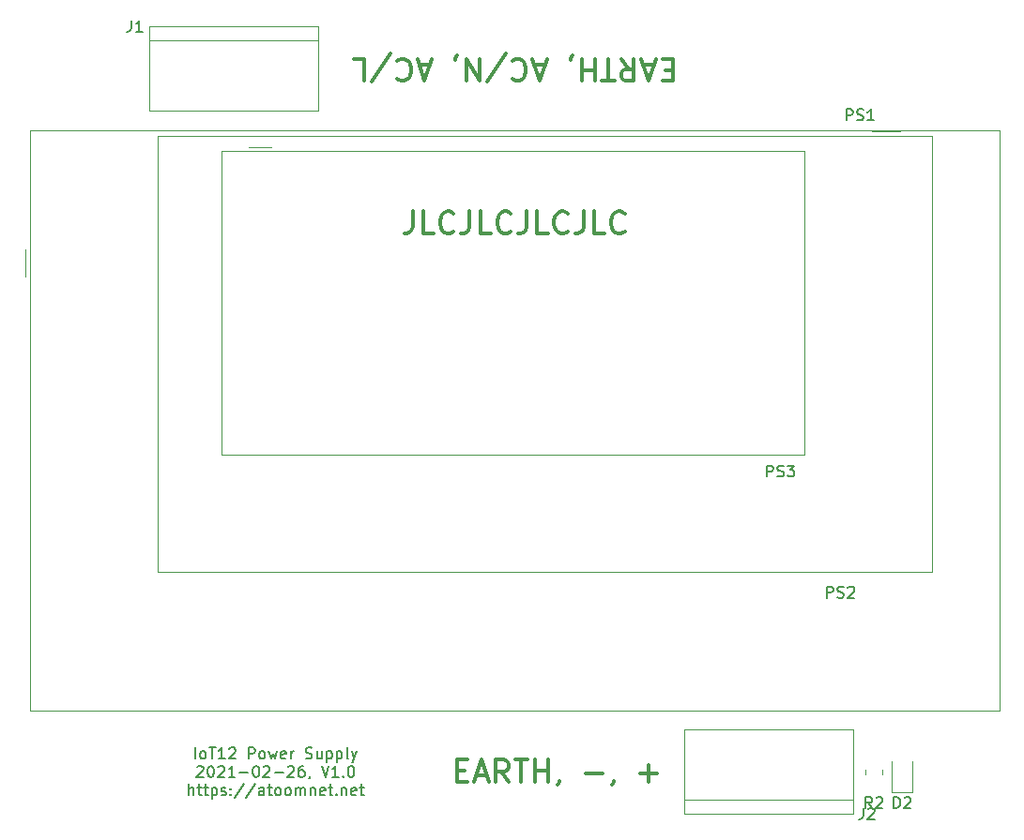
<source format=gbr>
G04 #@! TF.GenerationSoftware,KiCad,Pcbnew,(5.1.9)-1*
G04 #@! TF.CreationDate,2021-03-06T14:31:16+01:00*
G04 #@! TF.ProjectId,IoT12 Power Supply,496f5431-3220-4506-9f77-657220537570,rev?*
G04 #@! TF.SameCoordinates,Original*
G04 #@! TF.FileFunction,Legend,Top*
G04 #@! TF.FilePolarity,Positive*
%FSLAX46Y46*%
G04 Gerber Fmt 4.6, Leading zero omitted, Abs format (unit mm)*
G04 Created by KiCad (PCBNEW (5.1.9)-1) date 2021-03-06 14:31:16*
%MOMM*%
%LPD*%
G01*
G04 APERTURE LIST*
%ADD10C,0.300000*%
%ADD11C,0.150000*%
%ADD12C,0.120000*%
G04 APERTURE END LIST*
D10*
X143161904Y-71294761D02*
X143161904Y-72723333D01*
X143066666Y-73009047D01*
X142876190Y-73199523D01*
X142590476Y-73294761D01*
X142400000Y-73294761D01*
X145066666Y-73294761D02*
X144114285Y-73294761D01*
X144114285Y-71294761D01*
X146876190Y-73104285D02*
X146780952Y-73199523D01*
X146495238Y-73294761D01*
X146304761Y-73294761D01*
X146019047Y-73199523D01*
X145828571Y-73009047D01*
X145733333Y-72818571D01*
X145638095Y-72437619D01*
X145638095Y-72151904D01*
X145733333Y-71770952D01*
X145828571Y-71580476D01*
X146019047Y-71390000D01*
X146304761Y-71294761D01*
X146495238Y-71294761D01*
X146780952Y-71390000D01*
X146876190Y-71485238D01*
X148304761Y-71294761D02*
X148304761Y-72723333D01*
X148209523Y-73009047D01*
X148019047Y-73199523D01*
X147733333Y-73294761D01*
X147542857Y-73294761D01*
X150209523Y-73294761D02*
X149257142Y-73294761D01*
X149257142Y-71294761D01*
X152019047Y-73104285D02*
X151923809Y-73199523D01*
X151638095Y-73294761D01*
X151447619Y-73294761D01*
X151161904Y-73199523D01*
X150971428Y-73009047D01*
X150876190Y-72818571D01*
X150780952Y-72437619D01*
X150780952Y-72151904D01*
X150876190Y-71770952D01*
X150971428Y-71580476D01*
X151161904Y-71390000D01*
X151447619Y-71294761D01*
X151638095Y-71294761D01*
X151923809Y-71390000D01*
X152019047Y-71485238D01*
X153447619Y-71294761D02*
X153447619Y-72723333D01*
X153352380Y-73009047D01*
X153161904Y-73199523D01*
X152876190Y-73294761D01*
X152685714Y-73294761D01*
X155352380Y-73294761D02*
X154400000Y-73294761D01*
X154400000Y-71294761D01*
X157161904Y-73104285D02*
X157066666Y-73199523D01*
X156780952Y-73294761D01*
X156590476Y-73294761D01*
X156304761Y-73199523D01*
X156114285Y-73009047D01*
X156019047Y-72818571D01*
X155923809Y-72437619D01*
X155923809Y-72151904D01*
X156019047Y-71770952D01*
X156114285Y-71580476D01*
X156304761Y-71390000D01*
X156590476Y-71294761D01*
X156780952Y-71294761D01*
X157066666Y-71390000D01*
X157161904Y-71485238D01*
X158590476Y-71294761D02*
X158590476Y-72723333D01*
X158495238Y-73009047D01*
X158304761Y-73199523D01*
X158019047Y-73294761D01*
X157828571Y-73294761D01*
X160495238Y-73294761D02*
X159542857Y-73294761D01*
X159542857Y-71294761D01*
X162304761Y-73104285D02*
X162209523Y-73199523D01*
X161923809Y-73294761D01*
X161733333Y-73294761D01*
X161447619Y-73199523D01*
X161257142Y-73009047D01*
X161161904Y-72818571D01*
X161066666Y-72437619D01*
X161066666Y-72151904D01*
X161161904Y-71770952D01*
X161257142Y-71580476D01*
X161447619Y-71390000D01*
X161733333Y-71294761D01*
X161923809Y-71294761D01*
X162209523Y-71390000D01*
X162304761Y-71485238D01*
X147162380Y-121777142D02*
X147829047Y-121777142D01*
X148114761Y-122824761D02*
X147162380Y-122824761D01*
X147162380Y-120824761D01*
X148114761Y-120824761D01*
X148876666Y-122253333D02*
X149829047Y-122253333D01*
X148686190Y-122824761D02*
X149352857Y-120824761D01*
X150019523Y-122824761D01*
X151829047Y-122824761D02*
X151162380Y-121872380D01*
X150686190Y-122824761D02*
X150686190Y-120824761D01*
X151448095Y-120824761D01*
X151638571Y-120920000D01*
X151733809Y-121015238D01*
X151829047Y-121205714D01*
X151829047Y-121491428D01*
X151733809Y-121681904D01*
X151638571Y-121777142D01*
X151448095Y-121872380D01*
X150686190Y-121872380D01*
X152400476Y-120824761D02*
X153543333Y-120824761D01*
X152971904Y-122824761D02*
X152971904Y-120824761D01*
X154210000Y-122824761D02*
X154210000Y-120824761D01*
X154210000Y-121777142D02*
X155352857Y-121777142D01*
X155352857Y-122824761D02*
X155352857Y-120824761D01*
X156400476Y-122729523D02*
X156400476Y-122824761D01*
X156305238Y-123015238D01*
X156210000Y-123110476D01*
X158781428Y-122062857D02*
X160305238Y-122062857D01*
X161352857Y-122729523D02*
X161352857Y-122824761D01*
X161257619Y-123015238D01*
X161162380Y-123110476D01*
X163733809Y-122062857D02*
X165257619Y-122062857D01*
X164495714Y-122824761D02*
X164495714Y-121300952D01*
X166638095Y-58562857D02*
X165971428Y-58562857D01*
X165685714Y-57515238D02*
X166638095Y-57515238D01*
X166638095Y-59515238D01*
X165685714Y-59515238D01*
X164923809Y-58086666D02*
X163971428Y-58086666D01*
X165114285Y-57515238D02*
X164447619Y-59515238D01*
X163780952Y-57515238D01*
X161971428Y-57515238D02*
X162638095Y-58467619D01*
X163114285Y-57515238D02*
X163114285Y-59515238D01*
X162352380Y-59515238D01*
X162161904Y-59420000D01*
X162066666Y-59324761D01*
X161971428Y-59134285D01*
X161971428Y-58848571D01*
X162066666Y-58658095D01*
X162161904Y-58562857D01*
X162352380Y-58467619D01*
X163114285Y-58467619D01*
X161400000Y-59515238D02*
X160257142Y-59515238D01*
X160828571Y-57515238D02*
X160828571Y-59515238D01*
X159590476Y-57515238D02*
X159590476Y-59515238D01*
X159590476Y-58562857D02*
X158447619Y-58562857D01*
X158447619Y-57515238D02*
X158447619Y-59515238D01*
X157400000Y-57610476D02*
X157400000Y-57515238D01*
X157495238Y-57324761D01*
X157590476Y-57229523D01*
X155114285Y-58086666D02*
X154161904Y-58086666D01*
X155304761Y-57515238D02*
X154638095Y-59515238D01*
X153971428Y-57515238D01*
X152161904Y-57705714D02*
X152257142Y-57610476D01*
X152542857Y-57515238D01*
X152733333Y-57515238D01*
X153019047Y-57610476D01*
X153209523Y-57800952D01*
X153304761Y-57991428D01*
X153400000Y-58372380D01*
X153400000Y-58658095D01*
X153304761Y-59039047D01*
X153209523Y-59229523D01*
X153019047Y-59420000D01*
X152733333Y-59515238D01*
X152542857Y-59515238D01*
X152257142Y-59420000D01*
X152161904Y-59324761D01*
X149876190Y-59610476D02*
X151590476Y-57039047D01*
X149209523Y-57515238D02*
X149209523Y-59515238D01*
X148066666Y-57515238D01*
X148066666Y-59515238D01*
X147019047Y-57610476D02*
X147019047Y-57515238D01*
X147114285Y-57324761D01*
X147209523Y-57229523D01*
X144733333Y-58086666D02*
X143780952Y-58086666D01*
X144923809Y-57515238D02*
X144257142Y-59515238D01*
X143590476Y-57515238D01*
X141780952Y-57705714D02*
X141876190Y-57610476D01*
X142161904Y-57515238D01*
X142352380Y-57515238D01*
X142638095Y-57610476D01*
X142828571Y-57800952D01*
X142923809Y-57991428D01*
X143019047Y-58372380D01*
X143019047Y-58658095D01*
X142923809Y-59039047D01*
X142828571Y-59229523D01*
X142638095Y-59420000D01*
X142352380Y-59515238D01*
X142161904Y-59515238D01*
X141876190Y-59420000D01*
X141780952Y-59324761D01*
X139495238Y-59610476D02*
X141209523Y-57039047D01*
X137876190Y-57515238D02*
X138828571Y-57515238D01*
X138828571Y-59515238D01*
D11*
X123571904Y-120722380D02*
X123571904Y-119722380D01*
X124190952Y-120722380D02*
X124095714Y-120674761D01*
X124048095Y-120627142D01*
X124000476Y-120531904D01*
X124000476Y-120246190D01*
X124048095Y-120150952D01*
X124095714Y-120103333D01*
X124190952Y-120055714D01*
X124333809Y-120055714D01*
X124429047Y-120103333D01*
X124476666Y-120150952D01*
X124524285Y-120246190D01*
X124524285Y-120531904D01*
X124476666Y-120627142D01*
X124429047Y-120674761D01*
X124333809Y-120722380D01*
X124190952Y-120722380D01*
X124810000Y-119722380D02*
X125381428Y-119722380D01*
X125095714Y-120722380D02*
X125095714Y-119722380D01*
X126238571Y-120722380D02*
X125667142Y-120722380D01*
X125952857Y-120722380D02*
X125952857Y-119722380D01*
X125857619Y-119865238D01*
X125762380Y-119960476D01*
X125667142Y-120008095D01*
X126619523Y-119817619D02*
X126667142Y-119770000D01*
X126762380Y-119722380D01*
X127000476Y-119722380D01*
X127095714Y-119770000D01*
X127143333Y-119817619D01*
X127190952Y-119912857D01*
X127190952Y-120008095D01*
X127143333Y-120150952D01*
X126571904Y-120722380D01*
X127190952Y-120722380D01*
X128381428Y-120722380D02*
X128381428Y-119722380D01*
X128762380Y-119722380D01*
X128857619Y-119770000D01*
X128905238Y-119817619D01*
X128952857Y-119912857D01*
X128952857Y-120055714D01*
X128905238Y-120150952D01*
X128857619Y-120198571D01*
X128762380Y-120246190D01*
X128381428Y-120246190D01*
X129524285Y-120722380D02*
X129429047Y-120674761D01*
X129381428Y-120627142D01*
X129333809Y-120531904D01*
X129333809Y-120246190D01*
X129381428Y-120150952D01*
X129429047Y-120103333D01*
X129524285Y-120055714D01*
X129667142Y-120055714D01*
X129762380Y-120103333D01*
X129810000Y-120150952D01*
X129857619Y-120246190D01*
X129857619Y-120531904D01*
X129810000Y-120627142D01*
X129762380Y-120674761D01*
X129667142Y-120722380D01*
X129524285Y-120722380D01*
X130190952Y-120055714D02*
X130381428Y-120722380D01*
X130571904Y-120246190D01*
X130762380Y-120722380D01*
X130952857Y-120055714D01*
X131714761Y-120674761D02*
X131619523Y-120722380D01*
X131429047Y-120722380D01*
X131333809Y-120674761D01*
X131286190Y-120579523D01*
X131286190Y-120198571D01*
X131333809Y-120103333D01*
X131429047Y-120055714D01*
X131619523Y-120055714D01*
X131714761Y-120103333D01*
X131762380Y-120198571D01*
X131762380Y-120293809D01*
X131286190Y-120389047D01*
X132190952Y-120722380D02*
X132190952Y-120055714D01*
X132190952Y-120246190D02*
X132238571Y-120150952D01*
X132286190Y-120103333D01*
X132381428Y-120055714D01*
X132476666Y-120055714D01*
X133524285Y-120674761D02*
X133667142Y-120722380D01*
X133905238Y-120722380D01*
X134000476Y-120674761D01*
X134048095Y-120627142D01*
X134095714Y-120531904D01*
X134095714Y-120436666D01*
X134048095Y-120341428D01*
X134000476Y-120293809D01*
X133905238Y-120246190D01*
X133714761Y-120198571D01*
X133619523Y-120150952D01*
X133571904Y-120103333D01*
X133524285Y-120008095D01*
X133524285Y-119912857D01*
X133571904Y-119817619D01*
X133619523Y-119770000D01*
X133714761Y-119722380D01*
X133952857Y-119722380D01*
X134095714Y-119770000D01*
X134952857Y-120055714D02*
X134952857Y-120722380D01*
X134524285Y-120055714D02*
X134524285Y-120579523D01*
X134571904Y-120674761D01*
X134667142Y-120722380D01*
X134810000Y-120722380D01*
X134905238Y-120674761D01*
X134952857Y-120627142D01*
X135429047Y-120055714D02*
X135429047Y-121055714D01*
X135429047Y-120103333D02*
X135524285Y-120055714D01*
X135714761Y-120055714D01*
X135810000Y-120103333D01*
X135857619Y-120150952D01*
X135905238Y-120246190D01*
X135905238Y-120531904D01*
X135857619Y-120627142D01*
X135810000Y-120674761D01*
X135714761Y-120722380D01*
X135524285Y-120722380D01*
X135429047Y-120674761D01*
X136333809Y-120055714D02*
X136333809Y-121055714D01*
X136333809Y-120103333D02*
X136429047Y-120055714D01*
X136619523Y-120055714D01*
X136714761Y-120103333D01*
X136762380Y-120150952D01*
X136810000Y-120246190D01*
X136810000Y-120531904D01*
X136762380Y-120627142D01*
X136714761Y-120674761D01*
X136619523Y-120722380D01*
X136429047Y-120722380D01*
X136333809Y-120674761D01*
X137381428Y-120722380D02*
X137286190Y-120674761D01*
X137238571Y-120579523D01*
X137238571Y-119722380D01*
X137667142Y-120055714D02*
X137905238Y-120722380D01*
X138143333Y-120055714D02*
X137905238Y-120722380D01*
X137810000Y-120960476D01*
X137762380Y-121008095D01*
X137667142Y-121055714D01*
X123714761Y-121467619D02*
X123762380Y-121420000D01*
X123857619Y-121372380D01*
X124095714Y-121372380D01*
X124190952Y-121420000D01*
X124238571Y-121467619D01*
X124286190Y-121562857D01*
X124286190Y-121658095D01*
X124238571Y-121800952D01*
X123667142Y-122372380D01*
X124286190Y-122372380D01*
X124905238Y-121372380D02*
X125000476Y-121372380D01*
X125095714Y-121420000D01*
X125143333Y-121467619D01*
X125190952Y-121562857D01*
X125238571Y-121753333D01*
X125238571Y-121991428D01*
X125190952Y-122181904D01*
X125143333Y-122277142D01*
X125095714Y-122324761D01*
X125000476Y-122372380D01*
X124905238Y-122372380D01*
X124810000Y-122324761D01*
X124762380Y-122277142D01*
X124714761Y-122181904D01*
X124667142Y-121991428D01*
X124667142Y-121753333D01*
X124714761Y-121562857D01*
X124762380Y-121467619D01*
X124810000Y-121420000D01*
X124905238Y-121372380D01*
X125619523Y-121467619D02*
X125667142Y-121420000D01*
X125762380Y-121372380D01*
X126000476Y-121372380D01*
X126095714Y-121420000D01*
X126143333Y-121467619D01*
X126190952Y-121562857D01*
X126190952Y-121658095D01*
X126143333Y-121800952D01*
X125571904Y-122372380D01*
X126190952Y-122372380D01*
X127143333Y-122372380D02*
X126571904Y-122372380D01*
X126857619Y-122372380D02*
X126857619Y-121372380D01*
X126762380Y-121515238D01*
X126667142Y-121610476D01*
X126571904Y-121658095D01*
X127571904Y-121991428D02*
X128333809Y-121991428D01*
X129000476Y-121372380D02*
X129095714Y-121372380D01*
X129190952Y-121420000D01*
X129238571Y-121467619D01*
X129286190Y-121562857D01*
X129333809Y-121753333D01*
X129333809Y-121991428D01*
X129286190Y-122181904D01*
X129238571Y-122277142D01*
X129190952Y-122324761D01*
X129095714Y-122372380D01*
X129000476Y-122372380D01*
X128905238Y-122324761D01*
X128857619Y-122277142D01*
X128810000Y-122181904D01*
X128762380Y-121991428D01*
X128762380Y-121753333D01*
X128810000Y-121562857D01*
X128857619Y-121467619D01*
X128905238Y-121420000D01*
X129000476Y-121372380D01*
X129714761Y-121467619D02*
X129762380Y-121420000D01*
X129857619Y-121372380D01*
X130095714Y-121372380D01*
X130190952Y-121420000D01*
X130238571Y-121467619D01*
X130286190Y-121562857D01*
X130286190Y-121658095D01*
X130238571Y-121800952D01*
X129667142Y-122372380D01*
X130286190Y-122372380D01*
X130714761Y-121991428D02*
X131476666Y-121991428D01*
X131905238Y-121467619D02*
X131952857Y-121420000D01*
X132048095Y-121372380D01*
X132286190Y-121372380D01*
X132381428Y-121420000D01*
X132429047Y-121467619D01*
X132476666Y-121562857D01*
X132476666Y-121658095D01*
X132429047Y-121800952D01*
X131857619Y-122372380D01*
X132476666Y-122372380D01*
X133333809Y-121372380D02*
X133143333Y-121372380D01*
X133048095Y-121420000D01*
X133000476Y-121467619D01*
X132905238Y-121610476D01*
X132857619Y-121800952D01*
X132857619Y-122181904D01*
X132905238Y-122277142D01*
X132952857Y-122324761D01*
X133048095Y-122372380D01*
X133238571Y-122372380D01*
X133333809Y-122324761D01*
X133381428Y-122277142D01*
X133429047Y-122181904D01*
X133429047Y-121943809D01*
X133381428Y-121848571D01*
X133333809Y-121800952D01*
X133238571Y-121753333D01*
X133048095Y-121753333D01*
X132952857Y-121800952D01*
X132905238Y-121848571D01*
X132857619Y-121943809D01*
X133905238Y-122324761D02*
X133905238Y-122372380D01*
X133857619Y-122467619D01*
X133810000Y-122515238D01*
X134952857Y-121372380D02*
X135286190Y-122372380D01*
X135619523Y-121372380D01*
X136476666Y-122372380D02*
X135905238Y-122372380D01*
X136190952Y-122372380D02*
X136190952Y-121372380D01*
X136095714Y-121515238D01*
X136000476Y-121610476D01*
X135905238Y-121658095D01*
X136905238Y-122277142D02*
X136952857Y-122324761D01*
X136905238Y-122372380D01*
X136857619Y-122324761D01*
X136905238Y-122277142D01*
X136905238Y-122372380D01*
X137571904Y-121372380D02*
X137667142Y-121372380D01*
X137762380Y-121420000D01*
X137810000Y-121467619D01*
X137857619Y-121562857D01*
X137905238Y-121753333D01*
X137905238Y-121991428D01*
X137857619Y-122181904D01*
X137810000Y-122277142D01*
X137762380Y-122324761D01*
X137667142Y-122372380D01*
X137571904Y-122372380D01*
X137476666Y-122324761D01*
X137429047Y-122277142D01*
X137381428Y-122181904D01*
X137333809Y-121991428D01*
X137333809Y-121753333D01*
X137381428Y-121562857D01*
X137429047Y-121467619D01*
X137476666Y-121420000D01*
X137571904Y-121372380D01*
X123000476Y-124022380D02*
X123000476Y-123022380D01*
X123429047Y-124022380D02*
X123429047Y-123498571D01*
X123381428Y-123403333D01*
X123286190Y-123355714D01*
X123143333Y-123355714D01*
X123048095Y-123403333D01*
X123000476Y-123450952D01*
X123762380Y-123355714D02*
X124143333Y-123355714D01*
X123905238Y-123022380D02*
X123905238Y-123879523D01*
X123952857Y-123974761D01*
X124048095Y-124022380D01*
X124143333Y-124022380D01*
X124333809Y-123355714D02*
X124714761Y-123355714D01*
X124476666Y-123022380D02*
X124476666Y-123879523D01*
X124524285Y-123974761D01*
X124619523Y-124022380D01*
X124714761Y-124022380D01*
X125048095Y-123355714D02*
X125048095Y-124355714D01*
X125048095Y-123403333D02*
X125143333Y-123355714D01*
X125333809Y-123355714D01*
X125429047Y-123403333D01*
X125476666Y-123450952D01*
X125524285Y-123546190D01*
X125524285Y-123831904D01*
X125476666Y-123927142D01*
X125429047Y-123974761D01*
X125333809Y-124022380D01*
X125143333Y-124022380D01*
X125048095Y-123974761D01*
X125905238Y-123974761D02*
X126000476Y-124022380D01*
X126190952Y-124022380D01*
X126286190Y-123974761D01*
X126333809Y-123879523D01*
X126333809Y-123831904D01*
X126286190Y-123736666D01*
X126190952Y-123689047D01*
X126048095Y-123689047D01*
X125952857Y-123641428D01*
X125905238Y-123546190D01*
X125905238Y-123498571D01*
X125952857Y-123403333D01*
X126048095Y-123355714D01*
X126190952Y-123355714D01*
X126286190Y-123403333D01*
X126762380Y-123927142D02*
X126810000Y-123974761D01*
X126762380Y-124022380D01*
X126714761Y-123974761D01*
X126762380Y-123927142D01*
X126762380Y-124022380D01*
X126762380Y-123403333D02*
X126810000Y-123450952D01*
X126762380Y-123498571D01*
X126714761Y-123450952D01*
X126762380Y-123403333D01*
X126762380Y-123498571D01*
X127952857Y-122974761D02*
X127095714Y-124260476D01*
X129000476Y-122974761D02*
X128143333Y-124260476D01*
X129762380Y-124022380D02*
X129762380Y-123498571D01*
X129714761Y-123403333D01*
X129619523Y-123355714D01*
X129429047Y-123355714D01*
X129333809Y-123403333D01*
X129762380Y-123974761D02*
X129667142Y-124022380D01*
X129429047Y-124022380D01*
X129333809Y-123974761D01*
X129286190Y-123879523D01*
X129286190Y-123784285D01*
X129333809Y-123689047D01*
X129429047Y-123641428D01*
X129667142Y-123641428D01*
X129762380Y-123593809D01*
X130095714Y-123355714D02*
X130476666Y-123355714D01*
X130238571Y-123022380D02*
X130238571Y-123879523D01*
X130286190Y-123974761D01*
X130381428Y-124022380D01*
X130476666Y-124022380D01*
X130952857Y-124022380D02*
X130857619Y-123974761D01*
X130810000Y-123927142D01*
X130762380Y-123831904D01*
X130762380Y-123546190D01*
X130810000Y-123450952D01*
X130857619Y-123403333D01*
X130952857Y-123355714D01*
X131095714Y-123355714D01*
X131190952Y-123403333D01*
X131238571Y-123450952D01*
X131286190Y-123546190D01*
X131286190Y-123831904D01*
X131238571Y-123927142D01*
X131190952Y-123974761D01*
X131095714Y-124022380D01*
X130952857Y-124022380D01*
X131857619Y-124022380D02*
X131762380Y-123974761D01*
X131714761Y-123927142D01*
X131667142Y-123831904D01*
X131667142Y-123546190D01*
X131714761Y-123450952D01*
X131762380Y-123403333D01*
X131857619Y-123355714D01*
X132000476Y-123355714D01*
X132095714Y-123403333D01*
X132143333Y-123450952D01*
X132190952Y-123546190D01*
X132190952Y-123831904D01*
X132143333Y-123927142D01*
X132095714Y-123974761D01*
X132000476Y-124022380D01*
X131857619Y-124022380D01*
X132619523Y-124022380D02*
X132619523Y-123355714D01*
X132619523Y-123450952D02*
X132667142Y-123403333D01*
X132762380Y-123355714D01*
X132905238Y-123355714D01*
X133000476Y-123403333D01*
X133048095Y-123498571D01*
X133048095Y-124022380D01*
X133048095Y-123498571D02*
X133095714Y-123403333D01*
X133190952Y-123355714D01*
X133333809Y-123355714D01*
X133429047Y-123403333D01*
X133476666Y-123498571D01*
X133476666Y-124022380D01*
X133952857Y-123355714D02*
X133952857Y-124022380D01*
X133952857Y-123450952D02*
X134000476Y-123403333D01*
X134095714Y-123355714D01*
X134238571Y-123355714D01*
X134333809Y-123403333D01*
X134381428Y-123498571D01*
X134381428Y-124022380D01*
X135238571Y-123974761D02*
X135143333Y-124022380D01*
X134952857Y-124022380D01*
X134857619Y-123974761D01*
X134810000Y-123879523D01*
X134810000Y-123498571D01*
X134857619Y-123403333D01*
X134952857Y-123355714D01*
X135143333Y-123355714D01*
X135238571Y-123403333D01*
X135286190Y-123498571D01*
X135286190Y-123593809D01*
X134810000Y-123689047D01*
X135571904Y-123355714D02*
X135952857Y-123355714D01*
X135714761Y-123022380D02*
X135714761Y-123879523D01*
X135762380Y-123974761D01*
X135857619Y-124022380D01*
X135952857Y-124022380D01*
X136286190Y-123927142D02*
X136333809Y-123974761D01*
X136286190Y-124022380D01*
X136238571Y-123974761D01*
X136286190Y-123927142D01*
X136286190Y-124022380D01*
X136762380Y-123355714D02*
X136762380Y-124022380D01*
X136762380Y-123450952D02*
X136810000Y-123403333D01*
X136905238Y-123355714D01*
X137048095Y-123355714D01*
X137143333Y-123403333D01*
X137190952Y-123498571D01*
X137190952Y-124022380D01*
X138048095Y-123974761D02*
X137952857Y-124022380D01*
X137762380Y-124022380D01*
X137667142Y-123974761D01*
X137619523Y-123879523D01*
X137619523Y-123498571D01*
X137667142Y-123403333D01*
X137762380Y-123355714D01*
X137952857Y-123355714D01*
X138048095Y-123403333D01*
X138095714Y-123498571D01*
X138095714Y-123593809D01*
X137619523Y-123689047D01*
X138381428Y-123355714D02*
X138762380Y-123355714D01*
X138524285Y-123022380D02*
X138524285Y-123879523D01*
X138571904Y-123974761D01*
X138667142Y-124022380D01*
X138762380Y-124022380D01*
D12*
X184050000Y-122147064D02*
X184050000Y-121692936D01*
X185520000Y-122147064D02*
X185520000Y-121692936D01*
X186365000Y-120920000D02*
X186365000Y-123780000D01*
X186365000Y-123780000D02*
X188285000Y-123780000D01*
X188285000Y-123780000D02*
X188285000Y-120920000D01*
X130413000Y-65501500D02*
X128413000Y-65501500D01*
X178533000Y-65831500D02*
X178533000Y-93271500D01*
X125893000Y-65831500D02*
X178533000Y-65831500D01*
X125893000Y-93271500D02*
X178533000Y-93271500D01*
X125893000Y-65831500D02*
X125893000Y-93271500D01*
X187123000Y-64081500D02*
X184623000Y-64081500D01*
X120133000Y-64451500D02*
X120133000Y-103851500D01*
X190033000Y-103851500D02*
X190033000Y-64451500D01*
X120133000Y-103851500D02*
X190033000Y-103851500D01*
X190033000Y-64451500D02*
X120133000Y-64451500D01*
X108210000Y-77220000D02*
X108210000Y-74720000D01*
X108698400Y-63964200D02*
X108698400Y-116364200D01*
X196098400Y-116364200D02*
X196098400Y-63964200D01*
X108698400Y-116364200D02*
X196098400Y-116364200D01*
X196098400Y-63964200D02*
X108698400Y-63964200D01*
X167640000Y-125730000D02*
X167640000Y-118110000D01*
X182880000Y-125730000D02*
X182880000Y-118110000D01*
X167640000Y-124460000D02*
X182880000Y-124460000D01*
X167640000Y-118110000D02*
X182880000Y-118110000D01*
X167640000Y-125730000D02*
X182880000Y-125730000D01*
X134620000Y-54610000D02*
X134620000Y-62230000D01*
X119380000Y-54610000D02*
X119380000Y-62230000D01*
X134620000Y-55880000D02*
X119380000Y-55880000D01*
X134620000Y-62230000D02*
X119380000Y-62230000D01*
X134620000Y-54610000D02*
X119380000Y-54610000D01*
D11*
X184618333Y-125166380D02*
X184285000Y-124690190D01*
X184046904Y-125166380D02*
X184046904Y-124166380D01*
X184427857Y-124166380D01*
X184523095Y-124214000D01*
X184570714Y-124261619D01*
X184618333Y-124356857D01*
X184618333Y-124499714D01*
X184570714Y-124594952D01*
X184523095Y-124642571D01*
X184427857Y-124690190D01*
X184046904Y-124690190D01*
X184999285Y-124261619D02*
X185046904Y-124214000D01*
X185142142Y-124166380D01*
X185380238Y-124166380D01*
X185475476Y-124214000D01*
X185523095Y-124261619D01*
X185570714Y-124356857D01*
X185570714Y-124452095D01*
X185523095Y-124594952D01*
X184951666Y-125166380D01*
X185570714Y-125166380D01*
X186586904Y-125166380D02*
X186586904Y-124166380D01*
X186825000Y-124166380D01*
X186967857Y-124214000D01*
X187063095Y-124309238D01*
X187110714Y-124404476D01*
X187158333Y-124594952D01*
X187158333Y-124737809D01*
X187110714Y-124928285D01*
X187063095Y-125023523D01*
X186967857Y-125118761D01*
X186825000Y-125166380D01*
X186586904Y-125166380D01*
X187539285Y-124261619D02*
X187586904Y-124214000D01*
X187682142Y-124166380D01*
X187920238Y-124166380D01*
X188015476Y-124214000D01*
X188063095Y-124261619D01*
X188110714Y-124356857D01*
X188110714Y-124452095D01*
X188063095Y-124594952D01*
X187491666Y-125166380D01*
X188110714Y-125166380D01*
X175128714Y-95243880D02*
X175128714Y-94243880D01*
X175509666Y-94243880D01*
X175604904Y-94291500D01*
X175652523Y-94339119D01*
X175700142Y-94434357D01*
X175700142Y-94577214D01*
X175652523Y-94672452D01*
X175604904Y-94720071D01*
X175509666Y-94767690D01*
X175128714Y-94767690D01*
X176081095Y-95196261D02*
X176223952Y-95243880D01*
X176462047Y-95243880D01*
X176557285Y-95196261D01*
X176604904Y-95148642D01*
X176652523Y-95053404D01*
X176652523Y-94958166D01*
X176604904Y-94862928D01*
X176557285Y-94815309D01*
X176462047Y-94767690D01*
X176271571Y-94720071D01*
X176176333Y-94672452D01*
X176128714Y-94624833D01*
X176081095Y-94529595D01*
X176081095Y-94434357D01*
X176128714Y-94339119D01*
X176176333Y-94291500D01*
X176271571Y-94243880D01*
X176509666Y-94243880D01*
X176652523Y-94291500D01*
X176985857Y-94243880D02*
X177604904Y-94243880D01*
X177271571Y-94624833D01*
X177414428Y-94624833D01*
X177509666Y-94672452D01*
X177557285Y-94720071D01*
X177604904Y-94815309D01*
X177604904Y-95053404D01*
X177557285Y-95148642D01*
X177509666Y-95196261D01*
X177414428Y-95243880D01*
X177128714Y-95243880D01*
X177033476Y-95196261D01*
X176985857Y-95148642D01*
X180538714Y-106193880D02*
X180538714Y-105193880D01*
X180919666Y-105193880D01*
X181014904Y-105241500D01*
X181062523Y-105289119D01*
X181110142Y-105384357D01*
X181110142Y-105527214D01*
X181062523Y-105622452D01*
X181014904Y-105670071D01*
X180919666Y-105717690D01*
X180538714Y-105717690D01*
X181491095Y-106146261D02*
X181633952Y-106193880D01*
X181872047Y-106193880D01*
X181967285Y-106146261D01*
X182014904Y-106098642D01*
X182062523Y-106003404D01*
X182062523Y-105908166D01*
X182014904Y-105812928D01*
X181967285Y-105765309D01*
X181872047Y-105717690D01*
X181681571Y-105670071D01*
X181586333Y-105622452D01*
X181538714Y-105574833D01*
X181491095Y-105479595D01*
X181491095Y-105384357D01*
X181538714Y-105289119D01*
X181586333Y-105241500D01*
X181681571Y-105193880D01*
X181919666Y-105193880D01*
X182062523Y-105241500D01*
X182443476Y-105289119D02*
X182491095Y-105241500D01*
X182586333Y-105193880D01*
X182824428Y-105193880D01*
X182919666Y-105241500D01*
X182967285Y-105289119D01*
X183014904Y-105384357D01*
X183014904Y-105479595D01*
X182967285Y-105622452D01*
X182395857Y-106193880D01*
X183014904Y-106193880D01*
X182300714Y-63063380D02*
X182300714Y-62063380D01*
X182681666Y-62063380D01*
X182776904Y-62111000D01*
X182824523Y-62158619D01*
X182872142Y-62253857D01*
X182872142Y-62396714D01*
X182824523Y-62491952D01*
X182776904Y-62539571D01*
X182681666Y-62587190D01*
X182300714Y-62587190D01*
X183253095Y-63015761D02*
X183395952Y-63063380D01*
X183634047Y-63063380D01*
X183729285Y-63015761D01*
X183776904Y-62968142D01*
X183824523Y-62872904D01*
X183824523Y-62777666D01*
X183776904Y-62682428D01*
X183729285Y-62634809D01*
X183634047Y-62587190D01*
X183443571Y-62539571D01*
X183348333Y-62491952D01*
X183300714Y-62444333D01*
X183253095Y-62349095D01*
X183253095Y-62253857D01*
X183300714Y-62158619D01*
X183348333Y-62111000D01*
X183443571Y-62063380D01*
X183681666Y-62063380D01*
X183824523Y-62111000D01*
X184776904Y-63063380D02*
X184205476Y-63063380D01*
X184491190Y-63063380D02*
X184491190Y-62063380D01*
X184395952Y-62206238D01*
X184300714Y-62301476D01*
X184205476Y-62349095D01*
X183816666Y-125182380D02*
X183816666Y-125896666D01*
X183769047Y-126039523D01*
X183673809Y-126134761D01*
X183530952Y-126182380D01*
X183435714Y-126182380D01*
X184245238Y-125277619D02*
X184292857Y-125230000D01*
X184388095Y-125182380D01*
X184626190Y-125182380D01*
X184721428Y-125230000D01*
X184769047Y-125277619D01*
X184816666Y-125372857D01*
X184816666Y-125468095D01*
X184769047Y-125610952D01*
X184197619Y-126182380D01*
X184816666Y-126182380D01*
X117776666Y-54062380D02*
X117776666Y-54776666D01*
X117729047Y-54919523D01*
X117633809Y-55014761D01*
X117490952Y-55062380D01*
X117395714Y-55062380D01*
X118776666Y-55062380D02*
X118205238Y-55062380D01*
X118490952Y-55062380D02*
X118490952Y-54062380D01*
X118395714Y-54205238D01*
X118300476Y-54300476D01*
X118205238Y-54348095D01*
M02*

</source>
